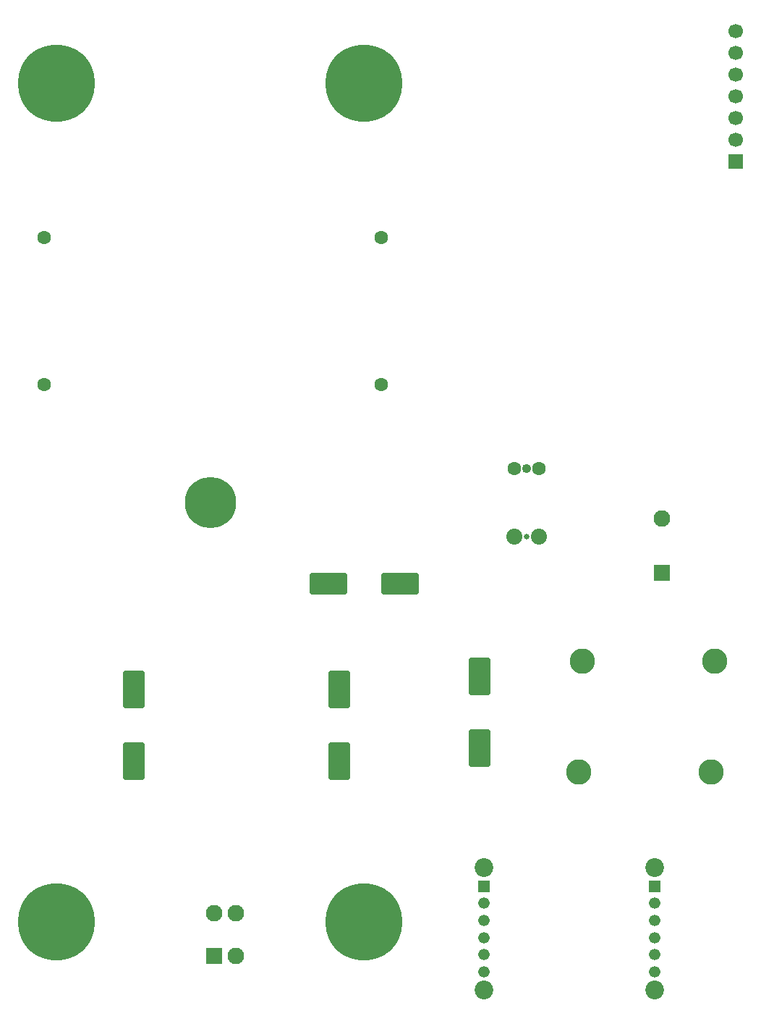
<source format=gbr>
%TF.GenerationSoftware,KiCad,Pcbnew,9.0.4*%
%TF.CreationDate,2025-10-31T13:00:26+01:00*%
%TF.ProjectId,Amperry_robot,416d7065-7272-4795-9f72-6f626f742e6b,rev?*%
%TF.SameCoordinates,Original*%
%TF.FileFunction,Soldermask,Bot*%
%TF.FilePolarity,Negative*%
%FSLAX46Y46*%
G04 Gerber Fmt 4.6, Leading zero omitted, Abs format (unit mm)*
G04 Created by KiCad (PCBNEW 9.0.4) date 2025-10-31 13:00:26*
%MOMM*%
%LPD*%
G01*
G04 APERTURE LIST*
G04 Aperture macros list*
%AMRoundRect*
0 Rectangle with rounded corners*
0 $1 Rounding radius*
0 $2 $3 $4 $5 $6 $7 $8 $9 X,Y pos of 4 corners*
0 Add a 4 corners polygon primitive as box body*
4,1,4,$2,$3,$4,$5,$6,$7,$8,$9,$2,$3,0*
0 Add four circle primitives for the rounded corners*
1,1,$1+$1,$2,$3*
1,1,$1+$1,$4,$5*
1,1,$1+$1,$6,$7*
1,1,$1+$1,$8,$9*
0 Add four rect primitives between the rounded corners*
20,1,$1+$1,$2,$3,$4,$5,0*
20,1,$1+$1,$4,$5,$6,$7,0*
20,1,$1+$1,$6,$7,$8,$9,0*
20,1,$1+$1,$8,$9,$2,$3,0*%
G04 Aperture macros list end*
%ADD10R,1.337000X1.337000*%
%ADD11C,1.337000*%
%ADD12C,2.190000*%
%ADD13R,1.950000X1.950000*%
%ADD14C,1.950000*%
%ADD15C,9.000000*%
%ADD16C,6.000000*%
%ADD17R,1.700000X1.700000*%
%ADD18C,1.700000*%
%ADD19C,1.600000*%
%ADD20C,0.660000*%
%ADD21C,1.080000*%
%ADD22C,1.875000*%
%ADD23C,2.955000*%
%ADD24RoundRect,0.250000X-1.950000X-1.000000X1.950000X-1.000000X1.950000X1.000000X-1.950000X1.000000X0*%
%ADD25RoundRect,0.250000X1.000000X-1.950000X1.000000X1.950000X-1.000000X1.950000X-1.000000X-1.950000X0*%
%ADD26RoundRect,0.250000X-1.000000X1.950000X-1.000000X-1.950000X1.000000X-1.950000X1.000000X1.950000X0*%
G04 APERTURE END LIST*
D10*
%TO.C,S2*%
X57000000Y-119850000D03*
D11*
X57000000Y-121850000D03*
X57000000Y-123850000D03*
X57000000Y-125850000D03*
X57000000Y-127850000D03*
X57000000Y-129850000D03*
D12*
X57000000Y-117700000D03*
X57000000Y-132000000D03*
%TD*%
D10*
%TO.C,S1*%
X77000000Y-119850000D03*
D11*
X77000000Y-121850000D03*
X77000000Y-123850000D03*
X77000000Y-125850000D03*
X77000000Y-127850000D03*
X77000000Y-129850000D03*
D12*
X77000000Y-117700000D03*
X77000000Y-132000000D03*
%TD*%
D13*
%TO.C,J5*%
X77850000Y-83180000D03*
D14*
X77850000Y-76830000D03*
%TD*%
D15*
%TO.C,REF\u002A\u002A*%
X7000000Y-26000000D03*
X43000000Y-26000000D03*
X7000000Y-124000000D03*
X43000000Y-124000000D03*
D16*
X25000000Y-75000000D03*
%TD*%
D17*
%TO.C,J2*%
X86500000Y-35120000D03*
D18*
X86500000Y-32580000D03*
X86500000Y-30040000D03*
X86500000Y-27500000D03*
X86500000Y-24960000D03*
X86500000Y-22420000D03*
X86500000Y-19880000D03*
%TD*%
D19*
%TO.C,IC1*%
X5503000Y-44000000D03*
X5503000Y-61145000D03*
X45000000Y-61145000D03*
X45000000Y-44000000D03*
%TD*%
D13*
%TO.C,P13*%
X25400000Y-128000000D03*
D14*
X27940000Y-128000000D03*
X25400000Y-123000000D03*
X27940000Y-123000000D03*
%TD*%
D20*
%TO.C,J1*%
X62000000Y-79000000D03*
D21*
X62000000Y-71000000D03*
D22*
X60570000Y-79000000D03*
D19*
X60570000Y-71000000D03*
X63430000Y-71000000D03*
D22*
X63430000Y-79000000D03*
%TD*%
D23*
%TO.C,J3*%
X68500000Y-93500000D03*
X84000000Y-93500000D03*
%TD*%
%TO.C,J4*%
X68125000Y-106500000D03*
X83625000Y-106500000D03*
%TD*%
D24*
%TO.C,C10*%
X38800000Y-84500000D03*
X47200000Y-84500000D03*
%TD*%
D25*
%TO.C,C5*%
X40100000Y-105200000D03*
X40100000Y-96800000D03*
%TD*%
D26*
%TO.C,C12*%
X56500000Y-95300000D03*
X56500000Y-103700000D03*
%TD*%
D25*
%TO.C,C11*%
X16000000Y-105200000D03*
X16000000Y-96800000D03*
%TD*%
M02*

</source>
